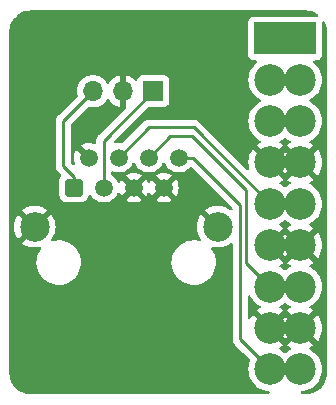
<source format=gbr>
%TF.GenerationSoftware,KiCad,Pcbnew,7.0.5-0*%
%TF.CreationDate,2024-07-25T14:15:13+02:00*%
%TF.ProjectId,rj45-stepper-adapter,726a3435-2d73-4746-9570-7065722d6164,rev?*%
%TF.SameCoordinates,Original*%
%TF.FileFunction,Copper,L1,Top*%
%TF.FilePolarity,Positive*%
%FSLAX46Y46*%
G04 Gerber Fmt 4.6, Leading zero omitted, Abs format (unit mm)*
G04 Created by KiCad (PCBNEW 7.0.5-0) date 2024-07-25 14:15:13*
%MOMM*%
%LPD*%
G01*
G04 APERTURE LIST*
G04 Aperture macros list*
%AMRoundRect*
0 Rectangle with rounded corners*
0 $1 Rounding radius*
0 $2 $3 $4 $5 $6 $7 $8 $9 X,Y pos of 4 corners*
0 Add a 4 corners polygon primitive as box body*
4,1,4,$2,$3,$4,$5,$6,$7,$8,$9,$2,$3,0*
0 Add four circle primitives for the rounded corners*
1,1,$1+$1,$2,$3*
1,1,$1+$1,$4,$5*
1,1,$1+$1,$6,$7*
1,1,$1+$1,$8,$9*
0 Add four rect primitives between the rounded corners*
20,1,$1+$1,$2,$3,$4,$5,0*
20,1,$1+$1,$4,$5,$6,$7,0*
20,1,$1+$1,$6,$7,$8,$9,0*
20,1,$1+$1,$8,$9,$2,$3,0*%
G04 Aperture macros list end*
%TA.AperFunction,ComponentPad*%
%ADD10R,2.670000X2.670000*%
%TD*%
%TA.AperFunction,ComponentPad*%
%ADD11C,2.670000*%
%TD*%
%TA.AperFunction,ComponentPad*%
%ADD12O,1.700000X1.700000*%
%TD*%
%TA.AperFunction,ComponentPad*%
%ADD13R,1.700000X1.700000*%
%TD*%
%TA.AperFunction,ComponentPad*%
%ADD14C,2.500000*%
%TD*%
%TA.AperFunction,ComponentPad*%
%ADD15C,1.500000*%
%TD*%
%TA.AperFunction,ComponentPad*%
%ADD16RoundRect,0.250500X-0.499500X-0.499500X0.499500X-0.499500X0.499500X0.499500X-0.499500X0.499500X0*%
%TD*%
%TA.AperFunction,ViaPad*%
%ADD17C,0.800000*%
%TD*%
%TA.AperFunction,Conductor*%
%ADD18C,0.250000*%
%TD*%
G04 APERTURE END LIST*
D10*
%TO.P,J1,1,Pin_1*%
%TO.N,/COM-*%
X165354000Y-94092000D03*
X162814000Y-94092000D03*
D11*
%TO.P,J1,2,Pin_2*%
%TO.N,/BRK*%
X165354000Y-97592000D03*
X162814000Y-97592000D03*
%TO.P,J1,3,Pin_3*%
%TO.N,/ALM*%
X165354000Y-101092000D03*
X162814000Y-101092000D03*
%TO.P,J1,4,Pin_4*%
%TO.N,GND*%
X165354000Y-104592000D03*
X162814000Y-104592000D03*
%TO.P,J1,5,Pin_5*%
%TO.N,/ENA+*%
X165354000Y-108092000D03*
X162814000Y-108092000D03*
%TO.P,J1,6,Pin_6*%
%TO.N,GND*%
X165354000Y-111592000D03*
X162814000Y-111592000D03*
%TO.P,J1,7,Pin_7*%
%TO.N,/DIR+*%
X165354000Y-115092000D03*
X162814000Y-115092000D03*
%TO.P,J1,8,Pin_8*%
%TO.N,GND*%
X165354000Y-118592000D03*
X162814000Y-118592000D03*
%TO.P,J1,9,Pin_9*%
%TO.N,/PUL+*%
X165354000Y-122092000D03*
X162814000Y-122092000D03*
%TD*%
D12*
%TO.P,J2,3,Pin_3*%
%TO.N,/SIG*%
X147828000Y-98552000D03*
%TO.P,J2,2,Pin_2*%
%TO.N,GND*%
X150368000Y-98552000D03*
D13*
%TO.P,J2,1,Pin_1*%
%TO.N,/VCC 3.3V*%
X152908000Y-98552000D03*
%TD*%
D14*
%TO.P,J3,SH*%
%TO.N,GND*%
X158367000Y-110021500D03*
X142877000Y-110021500D03*
D15*
%TO.P,J3,8*%
%TO.N,/PUL+*%
X155062000Y-104171500D03*
%TO.P,J3,7*%
%TO.N,GND*%
X153802000Y-106711500D03*
%TO.P,J3,6*%
%TO.N,/DIR+*%
X152522000Y-104171500D03*
%TO.P,J3,5*%
%TO.N,GND*%
X151262000Y-106711500D03*
%TO.P,J3,4*%
%TO.N,/ENA+*%
X149982000Y-104171500D03*
%TO.P,J3,3*%
%TO.N,/VCC 3.3V*%
X148722000Y-106711500D03*
%TO.P,J3,2*%
%TO.N,GND*%
X147442000Y-104171500D03*
D16*
%TO.P,J3,1*%
%TO.N,/SIG*%
X146182000Y-106711500D03*
%TD*%
D17*
%TO.N,GND*%
X156972000Y-119380000D03*
X144018000Y-119380000D03*
X144018000Y-96520000D03*
X157226000Y-96520000D03*
%TD*%
D18*
%TO.N,/ENA+*%
X149982000Y-104171500D02*
X152553500Y-101600000D01*
X152553500Y-101600000D02*
X156322000Y-101600000D01*
X156322000Y-101600000D02*
X162814000Y-108092000D01*
%TO.N,/DIR+*%
X152522000Y-104171500D02*
X154331500Y-102362000D01*
X154331500Y-102362000D02*
X156210000Y-102362000D01*
X156210000Y-102362000D02*
X160782000Y-106934000D01*
X160782000Y-106934000D02*
X160782000Y-113060000D01*
X160782000Y-113060000D02*
X162814000Y-115092000D01*
%TO.N,/PUL+*%
X155062000Y-104171500D02*
X156241500Y-104171500D01*
X160274000Y-119552000D02*
X162814000Y-122092000D01*
X156241500Y-104171500D02*
X160274000Y-108204000D01*
X160274000Y-108204000D02*
X160274000Y-119552000D01*
%TO.N,/VCC 3.3V*%
X148722000Y-102738000D02*
X148722000Y-106711500D01*
X152908000Y-98552000D02*
X148722000Y-102738000D01*
%TO.N,/SIG*%
X145288000Y-104902000D02*
X146182000Y-105796000D01*
X147828000Y-98552000D02*
X145288000Y-101092000D01*
X145288000Y-101092000D02*
X145288000Y-104902000D01*
X146182000Y-105796000D02*
X146182000Y-106711500D01*
%TD*%
%TA.AperFunction,Conductor*%
%TO.N,GND*%
G36*
X165864244Y-91719661D02*
G01*
X166000512Y-91729406D01*
X166102427Y-91736695D01*
X166120211Y-91739253D01*
X166346928Y-91788573D01*
X166364171Y-91793635D01*
X166581572Y-91874721D01*
X166597923Y-91882188D01*
X166801565Y-91993385D01*
X166816689Y-92003105D01*
X166845049Y-92024335D01*
X166887596Y-92081170D01*
X166892661Y-92151986D01*
X166858636Y-92214298D01*
X166796323Y-92248323D01*
X166756074Y-92250481D01*
X166737654Y-92248501D01*
X166737642Y-92248500D01*
X166737638Y-92248500D01*
X164197638Y-92248500D01*
X161430362Y-92248500D01*
X161430350Y-92248500D01*
X161369803Y-92255009D01*
X161369795Y-92255011D01*
X161232797Y-92306110D01*
X161232792Y-92306112D01*
X161115738Y-92393738D01*
X161028112Y-92510792D01*
X161028110Y-92510797D01*
X160977011Y-92647795D01*
X160977009Y-92647803D01*
X160970500Y-92708350D01*
X160970500Y-95475649D01*
X160977009Y-95536196D01*
X160977011Y-95536204D01*
X161028110Y-95673202D01*
X161028112Y-95673207D01*
X161115738Y-95790261D01*
X161232792Y-95877887D01*
X161232794Y-95877888D01*
X161232796Y-95877889D01*
X161291875Y-95899924D01*
X161369795Y-95928988D01*
X161369803Y-95928990D01*
X161430350Y-95935499D01*
X161430355Y-95935499D01*
X161430362Y-95935500D01*
X161572052Y-95935500D01*
X161640173Y-95955502D01*
X161686666Y-96009158D01*
X161696770Y-96079432D01*
X161667276Y-96144012D01*
X161647565Y-96162365D01*
X161614271Y-96187288D01*
X161603673Y-96195222D01*
X161417222Y-96381673D01*
X161417214Y-96381682D01*
X161259186Y-96592785D01*
X161132811Y-96824222D01*
X161040655Y-97071301D01*
X160984602Y-97328975D01*
X160965791Y-97591999D01*
X160965791Y-97592000D01*
X160967499Y-97615887D01*
X160984602Y-97855024D01*
X161040655Y-98112698D01*
X161132811Y-98359777D01*
X161259186Y-98591214D01*
X161417214Y-98802317D01*
X161417222Y-98802326D01*
X161603673Y-98988777D01*
X161603682Y-98988785D01*
X161619508Y-99000632D01*
X161814783Y-99146812D01*
X161814785Y-99146813D01*
X161969717Y-99231413D01*
X162019919Y-99281615D01*
X162035010Y-99350989D01*
X162010199Y-99417509D01*
X161969717Y-99452587D01*
X161814785Y-99537186D01*
X161603682Y-99695214D01*
X161603673Y-99695222D01*
X161417222Y-99881673D01*
X161417214Y-99881682D01*
X161259186Y-100092785D01*
X161132811Y-100324222D01*
X161040655Y-100571301D01*
X160984602Y-100828975D01*
X160965791Y-101091999D01*
X160984602Y-101355024D01*
X161040655Y-101612698D01*
X161132811Y-101859777D01*
X161259186Y-102091214D01*
X161417214Y-102302317D01*
X161417222Y-102302326D01*
X161603673Y-102488777D01*
X161603682Y-102488785D01*
X161661632Y-102532165D01*
X161814783Y-102646812D01*
X161970238Y-102731697D01*
X162020440Y-102781899D01*
X162035531Y-102851273D01*
X162010720Y-102917793D01*
X161970238Y-102952871D01*
X161815057Y-103037606D01*
X161702829Y-103121618D01*
X161702828Y-103121619D01*
X162608778Y-104027570D01*
X162511412Y-104067901D01*
X162386075Y-104164075D01*
X162289901Y-104289411D01*
X162249570Y-104386779D01*
X161343619Y-103480828D01*
X161343618Y-103480829D01*
X161259608Y-103593055D01*
X161133265Y-103824434D01*
X161041137Y-104071440D01*
X160985098Y-104329047D01*
X160966292Y-104591999D01*
X160985098Y-104854952D01*
X161036294Y-105090295D01*
X161031229Y-105161111D01*
X160988682Y-105217946D01*
X160922162Y-105242757D01*
X160852787Y-105227665D01*
X160824078Y-105206173D01*
X156829244Y-101211339D01*
X156819279Y-101198901D01*
X156819052Y-101199090D01*
X156814001Y-101192984D01*
X156814000Y-101192982D01*
X156763626Y-101145678D01*
X156762237Y-101144332D01*
X156751990Y-101134085D01*
X156741776Y-101123870D01*
X156741772Y-101123866D01*
X156736225Y-101119563D01*
X156731717Y-101115712D01*
X156697325Y-101083417D01*
X156697319Y-101083413D01*
X156679563Y-101073651D01*
X156663047Y-101062802D01*
X156647041Y-101050386D01*
X156616289Y-101037078D01*
X156603740Y-101031648D01*
X156598408Y-101029036D01*
X156557061Y-101006305D01*
X156537436Y-101001266D01*
X156518736Y-100994864D01*
X156500145Y-100986819D01*
X156500143Y-100986818D01*
X156500142Y-100986818D01*
X156453542Y-100979437D01*
X156447729Y-100978233D01*
X156402030Y-100966500D01*
X156381776Y-100966500D01*
X156362066Y-100964949D01*
X156342057Y-100961780D01*
X156342056Y-100961780D01*
X156295083Y-100966220D01*
X156289150Y-100966500D01*
X152637353Y-100966500D01*
X152621511Y-100964750D01*
X152621484Y-100965044D01*
X152613591Y-100964298D01*
X152544524Y-100966469D01*
X152542545Y-100966500D01*
X152513644Y-100966500D01*
X152513640Y-100966500D01*
X152513630Y-100966501D01*
X152506679Y-100967379D01*
X152500767Y-100967844D01*
X152453612Y-100969326D01*
X152453610Y-100969327D01*
X152434155Y-100974978D01*
X152414802Y-100978986D01*
X152394710Y-100981524D01*
X152394702Y-100981526D01*
X152350836Y-100998893D01*
X152345221Y-101000816D01*
X152299907Y-101013982D01*
X152299902Y-101013984D01*
X152282463Y-101024297D01*
X152264718Y-101032990D01*
X152245880Y-101040449D01*
X152232204Y-101050386D01*
X152207712Y-101068180D01*
X152202761Y-101071433D01*
X152162140Y-101095455D01*
X152147807Y-101109787D01*
X152132781Y-101122620D01*
X152116395Y-101134526D01*
X152116394Y-101134526D01*
X152086318Y-101170880D01*
X152082323Y-101175271D01*
X150354421Y-102903172D01*
X150292109Y-102937198D01*
X150232716Y-102935784D01*
X150201371Y-102927385D01*
X149982000Y-102908193D01*
X149981999Y-102908193D01*
X149762624Y-102927385D01*
X149760433Y-102927973D01*
X149759430Y-102927949D01*
X149757214Y-102928340D01*
X149757135Y-102927894D01*
X149689456Y-102926280D01*
X149630663Y-102886483D01*
X149602718Y-102821217D01*
X149614495Y-102751204D01*
X149638730Y-102717173D01*
X152408499Y-99947405D01*
X152470812Y-99913379D01*
X152497595Y-99910500D01*
X153806632Y-99910500D01*
X153806638Y-99910500D01*
X153806645Y-99910499D01*
X153806649Y-99910499D01*
X153867196Y-99903990D01*
X153867199Y-99903989D01*
X153867201Y-99903989D01*
X154004204Y-99852889D01*
X154007782Y-99850211D01*
X154121261Y-99765261D01*
X154208887Y-99648207D01*
X154208887Y-99648206D01*
X154208889Y-99648204D01*
X154259989Y-99511201D01*
X154266291Y-99452588D01*
X154266499Y-99450649D01*
X154266500Y-99450632D01*
X154266500Y-97653367D01*
X154266499Y-97653350D01*
X154259990Y-97592803D01*
X154259988Y-97592795D01*
X154208889Y-97455797D01*
X154208887Y-97455792D01*
X154121261Y-97338738D01*
X154004207Y-97251112D01*
X154004202Y-97251110D01*
X153867204Y-97200011D01*
X153867196Y-97200009D01*
X153806649Y-97193500D01*
X153806638Y-97193500D01*
X152009362Y-97193500D01*
X152009350Y-97193500D01*
X151948803Y-97200009D01*
X151948795Y-97200011D01*
X151811797Y-97251110D01*
X151811792Y-97251112D01*
X151694738Y-97338738D01*
X151607112Y-97455792D01*
X151607111Y-97455795D01*
X151562804Y-97574584D01*
X151520257Y-97631419D01*
X151453736Y-97656229D01*
X151384362Y-97641137D01*
X151352047Y-97615887D01*
X151290902Y-97549465D01*
X151113301Y-97411232D01*
X151113300Y-97411231D01*
X150915371Y-97304117D01*
X150915369Y-97304116D01*
X150702512Y-97231043D01*
X150702501Y-97231040D01*
X150622000Y-97217606D01*
X150622000Y-98118325D01*
X150510315Y-98067320D01*
X150403763Y-98052000D01*
X150332237Y-98052000D01*
X150225685Y-98067320D01*
X150114000Y-98118325D01*
X150114000Y-97217607D01*
X150113999Y-97217606D01*
X150033498Y-97231040D01*
X150033487Y-97231043D01*
X149820630Y-97304116D01*
X149820628Y-97304117D01*
X149622699Y-97411231D01*
X149622698Y-97411232D01*
X149445097Y-97549465D01*
X149292670Y-97715045D01*
X149203780Y-97851101D01*
X149149776Y-97897189D01*
X149079428Y-97906764D01*
X149015071Y-97876786D01*
X148992816Y-97851101D01*
X148953884Y-97791511D01*
X148903724Y-97714734D01*
X148903720Y-97714729D01*
X148774705Y-97574584D01*
X148751240Y-97549094D01*
X148751239Y-97549093D01*
X148751237Y-97549091D01*
X148631372Y-97455796D01*
X148573576Y-97410811D01*
X148375574Y-97303658D01*
X148375572Y-97303657D01*
X148375571Y-97303656D01*
X148162639Y-97230557D01*
X148162630Y-97230555D01*
X148085029Y-97217606D01*
X147940569Y-97193500D01*
X147715431Y-97193500D01*
X147570971Y-97217606D01*
X147493369Y-97230555D01*
X147493360Y-97230557D01*
X147280428Y-97303656D01*
X147280426Y-97303658D01*
X147082426Y-97410810D01*
X147082424Y-97410811D01*
X146904762Y-97549091D01*
X146752279Y-97714729D01*
X146752275Y-97714734D01*
X146629141Y-97903206D01*
X146538703Y-98109386D01*
X146538702Y-98109387D01*
X146483437Y-98327624D01*
X146483436Y-98327630D01*
X146483436Y-98327632D01*
X146470801Y-98480111D01*
X146464844Y-98552000D01*
X146483436Y-98776369D01*
X146511182Y-98885935D01*
X146508514Y-98956882D01*
X146478132Y-99005961D01*
X144899336Y-100584757D01*
X144886901Y-100594721D01*
X144887089Y-100594948D01*
X144880979Y-100600002D01*
X144833694Y-100650355D01*
X144832319Y-100651774D01*
X144811863Y-100672231D01*
X144807560Y-100677777D01*
X144803714Y-100682279D01*
X144771417Y-100716674D01*
X144771411Y-100716683D01*
X144761651Y-100734435D01*
X144750803Y-100750950D01*
X144738386Y-100766958D01*
X144719645Y-100810264D01*
X144717034Y-100815594D01*
X144694305Y-100856939D01*
X144694303Y-100856944D01*
X144689267Y-100876559D01*
X144682864Y-100895262D01*
X144674819Y-100913852D01*
X144667437Y-100960456D01*
X144666233Y-100966268D01*
X144654500Y-101011968D01*
X144654500Y-101032223D01*
X144652949Y-101051933D01*
X144649780Y-101071942D01*
X144649780Y-101071943D01*
X144654220Y-101118917D01*
X144654500Y-101124850D01*
X144654500Y-104818146D01*
X144652751Y-104833988D01*
X144653044Y-104834016D01*
X144652298Y-104841908D01*
X144654469Y-104910974D01*
X144654500Y-104912953D01*
X144654500Y-104941851D01*
X144654501Y-104941872D01*
X144655378Y-104948820D01*
X144655844Y-104954732D01*
X144657326Y-105001888D01*
X144657327Y-105001893D01*
X144662977Y-105021339D01*
X144666986Y-105040697D01*
X144669525Y-105060793D01*
X144669526Y-105060799D01*
X144686893Y-105104662D01*
X144688816Y-105110279D01*
X144701982Y-105155593D01*
X144712294Y-105173031D01*
X144720988Y-105190779D01*
X144728444Y-105209609D01*
X144728450Y-105209620D01*
X144756177Y-105247783D01*
X144759437Y-105252746D01*
X144783460Y-105293365D01*
X144797779Y-105307684D01*
X144810617Y-105322714D01*
X144822526Y-105339104D01*
X144822530Y-105339109D01*
X144858880Y-105369180D01*
X144863273Y-105373177D01*
X145067966Y-105577871D01*
X145101992Y-105640183D01*
X145096927Y-105710998D01*
X145086112Y-105733113D01*
X144989929Y-105889049D01*
X144934120Y-106057471D01*
X144934119Y-106057477D01*
X144923500Y-106161415D01*
X144923500Y-107261584D01*
X144934119Y-107365522D01*
X144934120Y-107365528D01*
X144989929Y-107533951D01*
X145012966Y-107571299D01*
X145083075Y-107684963D01*
X145083080Y-107684969D01*
X145208530Y-107810419D01*
X145208536Y-107810424D01*
X145208537Y-107810425D01*
X145359549Y-107903571D01*
X145527972Y-107959380D01*
X145631915Y-107969999D01*
X145631915Y-107970000D01*
X145631924Y-107970000D01*
X146732085Y-107970000D01*
X146732084Y-107969999D01*
X146836028Y-107959380D01*
X147004451Y-107903571D01*
X147155463Y-107810425D01*
X147280925Y-107684963D01*
X147374071Y-107533951D01*
X147419621Y-107396486D01*
X147460033Y-107338118D01*
X147525589Y-107310862D01*
X147595474Y-107323375D01*
X147642435Y-107363849D01*
X147754251Y-107523538D01*
X147754254Y-107523542D01*
X147909957Y-107679245D01*
X147909961Y-107679248D01*
X147909962Y-107679249D01*
X148090346Y-107805556D01*
X148289924Y-107898620D01*
X148502629Y-107955615D01*
X148722000Y-107974807D01*
X148941371Y-107955615D01*
X149154076Y-107898620D01*
X149353654Y-107805556D01*
X149534038Y-107679249D01*
X149689749Y-107523538D01*
X149816056Y-107343154D01*
X149878081Y-107210139D01*
X149924996Y-107156856D01*
X149993273Y-107137394D01*
X150061234Y-107157935D01*
X150106470Y-107210140D01*
X150168378Y-107342902D01*
X150210801Y-107403486D01*
X150817155Y-106797132D01*
X150818327Y-106812765D01*
X150867887Y-106939041D01*
X150952465Y-107045099D01*
X151064547Y-107121516D01*
X151176622Y-107156086D01*
X150570012Y-107762696D01*
X150570012Y-107762697D01*
X150630600Y-107805122D01*
X150830092Y-107898147D01*
X150830096Y-107898149D01*
X151042712Y-107955119D01*
X151261999Y-107974304D01*
X151481287Y-107955119D01*
X151693903Y-107898149D01*
X151693912Y-107898145D01*
X151893405Y-107805119D01*
X151893412Y-107805115D01*
X151953986Y-107762698D01*
X151953986Y-107762697D01*
X151345315Y-107154025D01*
X151396138Y-107146365D01*
X151518357Y-107087507D01*
X151617798Y-106995240D01*
X151685625Y-106877760D01*
X151704550Y-106794840D01*
X152313196Y-107403486D01*
X152313198Y-107403486D01*
X152355615Y-107342912D01*
X152355616Y-107342910D01*
X152417804Y-107209549D01*
X152464721Y-107156264D01*
X152532999Y-107136803D01*
X152600959Y-107157345D01*
X152646193Y-107209548D01*
X152708375Y-107342897D01*
X152708378Y-107342901D01*
X152750801Y-107403486D01*
X153357155Y-106797132D01*
X153358327Y-106812765D01*
X153407887Y-106939041D01*
X153492465Y-107045099D01*
X153604547Y-107121516D01*
X153716622Y-107156086D01*
X153110012Y-107762696D01*
X153110012Y-107762697D01*
X153170600Y-107805122D01*
X153370092Y-107898147D01*
X153370096Y-107898149D01*
X153582712Y-107955119D01*
X153802000Y-107974304D01*
X154021287Y-107955119D01*
X154233903Y-107898149D01*
X154233912Y-107898145D01*
X154433405Y-107805119D01*
X154433412Y-107805115D01*
X154493986Y-107762698D01*
X154493986Y-107762697D01*
X153885315Y-107154025D01*
X153936138Y-107146365D01*
X154058357Y-107087507D01*
X154157798Y-106995240D01*
X154225625Y-106877760D01*
X154244550Y-106794839D01*
X154853197Y-107403486D01*
X154853198Y-107403486D01*
X154895615Y-107342912D01*
X154895619Y-107342905D01*
X154988645Y-107143412D01*
X154988649Y-107143403D01*
X155045619Y-106930787D01*
X155064804Y-106711499D01*
X155045619Y-106492212D01*
X154988649Y-106279596D01*
X154988647Y-106279592D01*
X154895621Y-106080098D01*
X154853198Y-106019512D01*
X154853196Y-106019512D01*
X154246844Y-106625864D01*
X154245673Y-106610235D01*
X154196113Y-106483959D01*
X154111535Y-106377901D01*
X153999453Y-106301484D01*
X153887375Y-106266913D01*
X154493986Y-105660301D01*
X154493986Y-105660300D01*
X154433401Y-105617878D01*
X154433402Y-105617878D01*
X154233907Y-105524852D01*
X154233903Y-105524850D01*
X154021287Y-105467880D01*
X153802000Y-105448695D01*
X153582712Y-105467880D01*
X153370096Y-105524850D01*
X153370092Y-105524852D01*
X153170598Y-105617878D01*
X153110011Y-105660301D01*
X153718684Y-106268974D01*
X153667862Y-106276635D01*
X153545643Y-106335493D01*
X153446202Y-106427760D01*
X153378375Y-106545240D01*
X153359449Y-106628159D01*
X152750801Y-106019511D01*
X152708377Y-106080100D01*
X152646194Y-106213451D01*
X152599277Y-106266735D01*
X152531000Y-106286196D01*
X152463040Y-106265654D01*
X152417806Y-106213451D01*
X152355624Y-106080103D01*
X152355621Y-106080098D01*
X152313198Y-106019512D01*
X152313197Y-106019512D01*
X151706844Y-106625864D01*
X151705673Y-106610235D01*
X151656113Y-106483959D01*
X151571535Y-106377901D01*
X151459453Y-106301484D01*
X151347375Y-106266913D01*
X151953986Y-105660301D01*
X151953986Y-105660300D01*
X151893401Y-105617878D01*
X151893402Y-105617878D01*
X151693907Y-105524852D01*
X151693903Y-105524850D01*
X151481287Y-105467880D01*
X151261999Y-105448695D01*
X151042712Y-105467880D01*
X150830096Y-105524850D01*
X150830092Y-105524852D01*
X150630598Y-105617878D01*
X150570011Y-105660301D01*
X151178684Y-106268974D01*
X151127862Y-106276635D01*
X151005643Y-106335493D01*
X150906202Y-106427760D01*
X150838375Y-106545240D01*
X150819449Y-106628158D01*
X150210801Y-106019511D01*
X150168377Y-106080100D01*
X150106469Y-106212860D01*
X150059552Y-106266145D01*
X149991274Y-106285605D01*
X149923315Y-106265063D01*
X149878080Y-106212859D01*
X149816056Y-106079847D01*
X149689749Y-105899462D01*
X149534038Y-105743751D01*
X149409226Y-105656356D01*
X149364900Y-105600900D01*
X149355500Y-105553145D01*
X149355500Y-105465739D01*
X149375502Y-105397618D01*
X149429158Y-105351125D01*
X149499432Y-105341021D01*
X149534751Y-105351545D01*
X149542121Y-105354981D01*
X149549924Y-105358620D01*
X149762629Y-105415615D01*
X149982000Y-105434807D01*
X150201371Y-105415615D01*
X150414076Y-105358620D01*
X150613654Y-105265556D01*
X150794038Y-105139249D01*
X150949749Y-104983538D01*
X151076056Y-104803154D01*
X151137804Y-104670732D01*
X151184722Y-104617446D01*
X151252999Y-104597985D01*
X151320959Y-104618526D01*
X151366195Y-104670732D01*
X151427944Y-104803154D01*
X151525065Y-104941856D01*
X151554251Y-104983538D01*
X151554254Y-104983542D01*
X151709957Y-105139245D01*
X151709961Y-105139248D01*
X151709962Y-105139249D01*
X151890346Y-105265556D01*
X152089924Y-105358620D01*
X152302629Y-105415615D01*
X152522000Y-105434807D01*
X152741371Y-105415615D01*
X152954076Y-105358620D01*
X153153654Y-105265556D01*
X153334038Y-105139249D01*
X153489749Y-104983538D01*
X153616056Y-104803154D01*
X153677804Y-104670732D01*
X153724722Y-104617446D01*
X153792999Y-104597985D01*
X153860959Y-104618526D01*
X153906195Y-104670732D01*
X153967944Y-104803154D01*
X154065065Y-104941856D01*
X154094251Y-104983538D01*
X154094254Y-104983542D01*
X154249957Y-105139245D01*
X154249961Y-105139248D01*
X154249962Y-105139249D01*
X154430346Y-105265556D01*
X154629924Y-105358620D01*
X154842629Y-105415615D01*
X155062000Y-105434807D01*
X155281371Y-105415615D01*
X155494076Y-105358620D01*
X155693654Y-105265556D01*
X155874038Y-105139249D01*
X155922992Y-105090295D01*
X156004597Y-105008691D01*
X156066909Y-104974665D01*
X156137724Y-104979730D01*
X156182787Y-105008691D01*
X159603595Y-108429499D01*
X159637621Y-108491811D01*
X159640500Y-108518594D01*
X159640500Y-108523639D01*
X159620498Y-108591760D01*
X159566842Y-108638253D01*
X159496568Y-108648357D01*
X159443522Y-108627745D01*
X159248474Y-108494763D01*
X159248467Y-108494759D01*
X159011076Y-108380437D01*
X158759295Y-108302771D01*
X158759287Y-108302770D01*
X158498740Y-108263500D01*
X158235260Y-108263500D01*
X157974712Y-108302770D01*
X157974704Y-108302771D01*
X157722923Y-108380437D01*
X157485532Y-108494759D01*
X157485525Y-108494763D01*
X157315438Y-108610727D01*
X157315438Y-108610729D01*
X157996485Y-109291776D01*
X157855640Y-109380275D01*
X157725775Y-109510140D01*
X157637276Y-109650985D01*
X156956671Y-108970380D01*
X156956670Y-108970381D01*
X156910400Y-109028404D01*
X156910397Y-109028407D01*
X156778653Y-109256595D01*
X156778651Y-109256599D01*
X156682393Y-109501863D01*
X156682392Y-109501865D01*
X156623760Y-109758745D01*
X156604070Y-110021500D01*
X156623760Y-110284254D01*
X156682392Y-110541134D01*
X156682393Y-110541136D01*
X156778651Y-110786400D01*
X156778653Y-110786404D01*
X156910396Y-111014590D01*
X156943028Y-111055509D01*
X156969862Y-111121239D01*
X156956900Y-111191043D01*
X156908257Y-111242757D01*
X156839377Y-111259964D01*
X156808217Y-111254727D01*
X156745875Y-111235971D01*
X156474272Y-111196000D01*
X156474269Y-111196000D01*
X156268453Y-111196000D01*
X156063191Y-111211023D01*
X155795231Y-111270714D01*
X155795219Y-111270718D01*
X155538801Y-111368789D01*
X155299397Y-111503149D01*
X155299393Y-111503151D01*
X155082094Y-111670944D01*
X155082093Y-111670945D01*
X154891548Y-111868581D01*
X154731807Y-112091858D01*
X154731803Y-112091864D01*
X154606270Y-112336024D01*
X154517631Y-112595848D01*
X154517628Y-112595861D01*
X154467764Y-112865817D01*
X154467763Y-112865828D01*
X154457738Y-113140180D01*
X154487762Y-113413066D01*
X154557204Y-113678684D01*
X154611724Y-113806979D01*
X154664577Y-113931352D01*
X154807595Y-114165696D01*
X154983209Y-114376718D01*
X154983211Y-114376720D01*
X154983213Y-114376722D01*
X155187666Y-114559914D01*
X155187672Y-114559919D01*
X155187677Y-114559923D01*
X155416641Y-114711404D01*
X155665221Y-114827933D01*
X155928119Y-114907027D01*
X155928122Y-114907027D01*
X155928124Y-114907028D01*
X156199727Y-114947000D01*
X156199731Y-114947000D01*
X156405547Y-114947000D01*
X156610805Y-114931977D01*
X156878775Y-114872284D01*
X157135198Y-114774211D01*
X157374609Y-114639847D01*
X157591904Y-114472057D01*
X157782454Y-114274416D01*
X157942196Y-114051137D01*
X158067727Y-113806979D01*
X158067727Y-113806978D01*
X158067729Y-113806975D01*
X158156368Y-113547151D01*
X158156370Y-113547146D01*
X158183161Y-113402100D01*
X158206235Y-113277182D01*
X158206236Y-113277171D01*
X158207456Y-113243791D01*
X158216262Y-113002820D01*
X158201188Y-112865817D01*
X158186237Y-112729933D01*
X158151184Y-112595854D01*
X158116796Y-112464318D01*
X158009423Y-112211648D01*
X157866405Y-111977304D01*
X157834884Y-111939427D01*
X157806685Y-111874277D01*
X157818186Y-111804218D01*
X157865738Y-111751499D01*
X157934244Y-111732857D01*
X157968873Y-111738430D01*
X157974696Y-111740226D01*
X157974712Y-111740229D01*
X158235260Y-111779500D01*
X158498740Y-111779500D01*
X158759287Y-111740229D01*
X158759295Y-111740228D01*
X159011076Y-111662562D01*
X159248467Y-111548240D01*
X159443520Y-111415254D01*
X159511072Y-111393407D01*
X159579711Y-111411548D01*
X159627646Y-111463919D01*
X159640499Y-111519360D01*
X159640500Y-119468146D01*
X159638751Y-119483988D01*
X159639044Y-119484016D01*
X159638298Y-119491908D01*
X159640469Y-119560974D01*
X159640500Y-119562953D01*
X159640500Y-119591851D01*
X159640501Y-119591872D01*
X159641378Y-119598820D01*
X159641844Y-119604732D01*
X159643326Y-119651888D01*
X159643327Y-119651893D01*
X159648977Y-119671339D01*
X159652986Y-119690697D01*
X159655525Y-119710793D01*
X159655526Y-119710799D01*
X159672893Y-119754662D01*
X159674816Y-119760279D01*
X159687982Y-119805593D01*
X159698294Y-119823031D01*
X159706988Y-119840779D01*
X159714444Y-119859609D01*
X159714450Y-119859620D01*
X159742177Y-119897783D01*
X159745437Y-119902746D01*
X159769460Y-119943365D01*
X159783779Y-119957684D01*
X159796617Y-119972714D01*
X159806156Y-119985843D01*
X159808528Y-119989107D01*
X159836794Y-120012491D01*
X159844886Y-120019185D01*
X159849267Y-120023171D01*
X160509464Y-120683368D01*
X161080308Y-121254212D01*
X161114334Y-121316524D01*
X161109269Y-121387339D01*
X161040656Y-121571298D01*
X160984602Y-121828975D01*
X160965791Y-122091999D01*
X160984602Y-122355024D01*
X161040655Y-122612698D01*
X161132811Y-122859777D01*
X161259186Y-123091214D01*
X161417214Y-123302317D01*
X161417222Y-123302326D01*
X161603673Y-123488777D01*
X161603682Y-123488785D01*
X161619508Y-123500632D01*
X161814783Y-123646812D01*
X161814785Y-123646813D01*
X162008245Y-123752451D01*
X162046226Y-123773190D01*
X162293299Y-123865344D01*
X162550972Y-123921397D01*
X162654774Y-123928821D01*
X162721294Y-123953632D01*
X162763841Y-124010467D01*
X162768906Y-124081283D01*
X162734880Y-124143595D01*
X162672568Y-124177620D01*
X162645785Y-124180500D01*
X142496252Y-124180500D01*
X142491756Y-124180339D01*
X142253577Y-124163304D01*
X142235783Y-124160745D01*
X142009074Y-124111427D01*
X141991825Y-124106363D01*
X141774429Y-124025279D01*
X141758076Y-124017811D01*
X141554434Y-123906614D01*
X141539310Y-123896894D01*
X141353568Y-123757849D01*
X141339982Y-123746076D01*
X141175923Y-123582017D01*
X141164150Y-123568431D01*
X141025105Y-123382689D01*
X141015385Y-123367565D01*
X140904188Y-123163923D01*
X140896720Y-123147570D01*
X140875700Y-123091214D01*
X140815635Y-122930171D01*
X140810572Y-122912925D01*
X140761253Y-122686211D01*
X140758695Y-122668422D01*
X140741661Y-122430244D01*
X140741500Y-122425748D01*
X140741500Y-110021500D01*
X141114070Y-110021500D01*
X141133760Y-110284254D01*
X141192392Y-110541134D01*
X141192393Y-110541136D01*
X141288651Y-110786400D01*
X141288653Y-110786404D01*
X141420397Y-111014592D01*
X141420400Y-111014597D01*
X141466670Y-111072617D01*
X141466672Y-111072617D01*
X142147275Y-110392013D01*
X142235775Y-110532860D01*
X142365640Y-110662725D01*
X142506485Y-110751223D01*
X141825438Y-111432270D01*
X141995532Y-111548239D01*
X141995532Y-111548240D01*
X142232923Y-111662562D01*
X142484704Y-111740228D01*
X142484712Y-111740229D01*
X142745260Y-111779500D01*
X143008740Y-111779500D01*
X143269287Y-111740229D01*
X143269293Y-111740228D01*
X143276828Y-111737904D01*
X143347818Y-111736934D01*
X143408063Y-111774499D01*
X143438435Y-111838671D01*
X143429292Y-111909076D01*
X143416449Y-111931618D01*
X143301807Y-112091858D01*
X143301803Y-112091864D01*
X143176270Y-112336024D01*
X143087631Y-112595848D01*
X143087628Y-112595861D01*
X143037764Y-112865817D01*
X143037763Y-112865828D01*
X143027738Y-113140180D01*
X143057762Y-113413066D01*
X143127204Y-113678684D01*
X143181724Y-113806979D01*
X143234577Y-113931352D01*
X143377595Y-114165696D01*
X143553209Y-114376718D01*
X143553211Y-114376720D01*
X143553213Y-114376722D01*
X143757666Y-114559914D01*
X143757672Y-114559919D01*
X143757677Y-114559923D01*
X143986641Y-114711404D01*
X144235221Y-114827933D01*
X144498119Y-114907027D01*
X144498122Y-114907027D01*
X144498124Y-114907028D01*
X144769727Y-114947000D01*
X144769731Y-114947000D01*
X144975547Y-114947000D01*
X145180805Y-114931977D01*
X145448775Y-114872284D01*
X145705198Y-114774211D01*
X145944609Y-114639847D01*
X146161904Y-114472057D01*
X146352454Y-114274416D01*
X146512196Y-114051137D01*
X146637727Y-113806979D01*
X146637727Y-113806978D01*
X146637729Y-113806975D01*
X146726368Y-113547151D01*
X146726370Y-113547146D01*
X146753161Y-113402100D01*
X146776235Y-113277182D01*
X146776236Y-113277171D01*
X146777456Y-113243791D01*
X146786262Y-113002820D01*
X146771188Y-112865817D01*
X146756237Y-112729933D01*
X146721184Y-112595854D01*
X146686796Y-112464318D01*
X146579423Y-112211648D01*
X146436405Y-111977304D01*
X146260791Y-111766282D01*
X146260787Y-111766279D01*
X146260786Y-111766277D01*
X146056333Y-111583085D01*
X146056320Y-111583075D01*
X145827359Y-111431596D01*
X145792498Y-111415254D01*
X145578779Y-111315067D01*
X145369994Y-111252253D01*
X145315875Y-111235971D01*
X145044272Y-111196000D01*
X145044269Y-111196000D01*
X144838453Y-111196000D01*
X144633196Y-111211022D01*
X144426949Y-111256966D01*
X144356109Y-111252253D01*
X144299062Y-111209990D01*
X144273920Y-111143594D01*
X144288666Y-111074146D01*
X144301043Y-111055419D01*
X144333602Y-111014591D01*
X144333603Y-111014590D01*
X144465346Y-110786404D01*
X144465348Y-110786400D01*
X144561606Y-110541136D01*
X144561607Y-110541134D01*
X144620239Y-110284254D01*
X144639929Y-110021500D01*
X144620239Y-109758745D01*
X144561607Y-109501865D01*
X144561606Y-109501863D01*
X144465348Y-109256599D01*
X144465346Y-109256595D01*
X144333605Y-109028413D01*
X144333600Y-109028405D01*
X144287327Y-108970381D01*
X143606723Y-109650985D01*
X143518225Y-109510140D01*
X143388360Y-109380275D01*
X143247514Y-109291776D01*
X143928560Y-108610729D01*
X143928560Y-108610728D01*
X143758467Y-108494759D01*
X143521076Y-108380437D01*
X143269295Y-108302771D01*
X143269287Y-108302770D01*
X143008740Y-108263500D01*
X142745260Y-108263500D01*
X142484712Y-108302770D01*
X142484704Y-108302771D01*
X142232923Y-108380437D01*
X141995532Y-108494759D01*
X141995525Y-108494763D01*
X141825438Y-108610727D01*
X141825438Y-108610729D01*
X142506485Y-109291776D01*
X142365640Y-109380275D01*
X142235775Y-109510140D01*
X142147276Y-109650985D01*
X141466671Y-108970380D01*
X141466670Y-108970381D01*
X141420400Y-109028404D01*
X141420397Y-109028407D01*
X141288653Y-109256595D01*
X141288651Y-109256599D01*
X141192393Y-109501863D01*
X141192392Y-109501865D01*
X141133760Y-109758745D01*
X141114070Y-110021500D01*
X140741500Y-110021500D01*
X140741500Y-93474251D01*
X140741661Y-93469755D01*
X140758695Y-93231577D01*
X140761252Y-93213789D01*
X140810573Y-92987067D01*
X140815633Y-92969832D01*
X140896723Y-92752422D01*
X140904188Y-92736077D01*
X141015388Y-92532429D01*
X141025101Y-92517315D01*
X141164156Y-92331560D01*
X141175916Y-92317989D01*
X141339989Y-92153916D01*
X141353560Y-92142156D01*
X141539315Y-92003101D01*
X141554429Y-91993388D01*
X141758083Y-91882184D01*
X141774422Y-91874723D01*
X141991832Y-91793633D01*
X142009067Y-91788573D01*
X142235789Y-91739252D01*
X142253570Y-91736695D01*
X142365693Y-91728676D01*
X142491756Y-91719661D01*
X142496252Y-91719500D01*
X142502285Y-91719500D01*
X165853715Y-91719500D01*
X165859748Y-91719500D01*
X165864244Y-91719661D01*
G37*
%TD.AperFunction*%
%TA.AperFunction,Conductor*%
G36*
X167406012Y-92668779D02*
G01*
X167434088Y-92703619D01*
X167451811Y-92736077D01*
X167459279Y-92752429D01*
X167540363Y-92969825D01*
X167545427Y-92987074D01*
X167594745Y-93213783D01*
X167597304Y-93231577D01*
X167614339Y-93469754D01*
X167614500Y-93474250D01*
X167614500Y-122425748D01*
X167614339Y-122430244D01*
X167597304Y-122668422D01*
X167594745Y-122686216D01*
X167545427Y-122912925D01*
X167540363Y-122930174D01*
X167459279Y-123147570D01*
X167451811Y-123163923D01*
X167340614Y-123367565D01*
X167330894Y-123382689D01*
X167191849Y-123568431D01*
X167180076Y-123582017D01*
X167016017Y-123746076D01*
X167002431Y-123757849D01*
X166816689Y-123896894D01*
X166801565Y-123906614D01*
X166597923Y-124017811D01*
X166581570Y-124025279D01*
X166364174Y-124106363D01*
X166346925Y-124111427D01*
X166120216Y-124160745D01*
X166102422Y-124163304D01*
X165864244Y-124180339D01*
X165859748Y-124180500D01*
X165522215Y-124180500D01*
X165454094Y-124160498D01*
X165407601Y-124106842D01*
X165397497Y-124036568D01*
X165426991Y-123971988D01*
X165486717Y-123933604D01*
X165513226Y-123928821D01*
X165617028Y-123921397D01*
X165874701Y-123865344D01*
X166121774Y-123773190D01*
X166353217Y-123646812D01*
X166564320Y-123488783D01*
X166750783Y-123302320D01*
X166908812Y-123091217D01*
X167035190Y-122859774D01*
X167127344Y-122612701D01*
X167183397Y-122355028D01*
X167202209Y-122092000D01*
X167183397Y-121828972D01*
X167127344Y-121571299D01*
X167035190Y-121324226D01*
X167030984Y-121316524D01*
X166908813Y-121092785D01*
X166750785Y-120881682D01*
X166750777Y-120881673D01*
X166564326Y-120695222D01*
X166564317Y-120695214D01*
X166353214Y-120537186D01*
X166197761Y-120452302D01*
X166147559Y-120402100D01*
X166132468Y-120332726D01*
X166157279Y-120266206D01*
X166197762Y-120231127D01*
X166352945Y-120146391D01*
X166465169Y-120062379D01*
X166465170Y-120062379D01*
X165559220Y-119156429D01*
X165656588Y-119116099D01*
X165781925Y-119019925D01*
X165878099Y-118894589D01*
X165918429Y-118797220D01*
X166824379Y-119703170D01*
X166824379Y-119703169D01*
X166908391Y-119590945D01*
X167034734Y-119359565D01*
X167126862Y-119112559D01*
X167182901Y-118854952D01*
X167201707Y-118592000D01*
X167182901Y-118329047D01*
X167126862Y-118071440D01*
X167034734Y-117824434D01*
X166908388Y-117593050D01*
X166824380Y-117480829D01*
X166824379Y-117480828D01*
X165918429Y-118386778D01*
X165878099Y-118289412D01*
X165781925Y-118164075D01*
X165656588Y-118067901D01*
X165559220Y-118027570D01*
X166465170Y-117121619D01*
X166465169Y-117121618D01*
X166352947Y-117037609D01*
X166197761Y-116952871D01*
X166147559Y-116902669D01*
X166132468Y-116833295D01*
X166157279Y-116766775D01*
X166197758Y-116731699D01*
X166353217Y-116646812D01*
X166564320Y-116488783D01*
X166750783Y-116302320D01*
X166908812Y-116091217D01*
X167035190Y-115859774D01*
X167127344Y-115612701D01*
X167183397Y-115355028D01*
X167202209Y-115092000D01*
X167183397Y-114828972D01*
X167127344Y-114571299D01*
X167035190Y-114324226D01*
X166908812Y-114092783D01*
X166787966Y-113931351D01*
X166750785Y-113881682D01*
X166750777Y-113881673D01*
X166564326Y-113695222D01*
X166564317Y-113695214D01*
X166366519Y-113547146D01*
X166353217Y-113537188D01*
X166353215Y-113537187D01*
X166353214Y-113537186D01*
X166197761Y-113452302D01*
X166147559Y-113402100D01*
X166132468Y-113332726D01*
X166157279Y-113266206D01*
X166197762Y-113231127D01*
X166352945Y-113146391D01*
X166465169Y-113062379D01*
X166465170Y-113062379D01*
X165559220Y-112156429D01*
X165656588Y-112116099D01*
X165781925Y-112019925D01*
X165878099Y-111894589D01*
X165918429Y-111797220D01*
X166824379Y-112703170D01*
X166824379Y-112703169D01*
X166908391Y-112590945D01*
X167034734Y-112359565D01*
X167126862Y-112112559D01*
X167182901Y-111854952D01*
X167201707Y-111592000D01*
X167182901Y-111329047D01*
X167126862Y-111071440D01*
X167034734Y-110824434D01*
X166908388Y-110593050D01*
X166824380Y-110480829D01*
X166824379Y-110480828D01*
X165918429Y-111386778D01*
X165878099Y-111289412D01*
X165781925Y-111164075D01*
X165656588Y-111067901D01*
X165559220Y-111027570D01*
X166465170Y-110121619D01*
X166465169Y-110121618D01*
X166352947Y-110037609D01*
X166197761Y-109952871D01*
X166147559Y-109902669D01*
X166132468Y-109833295D01*
X166157279Y-109766775D01*
X166197758Y-109731699D01*
X166353217Y-109646812D01*
X166564320Y-109488783D01*
X166750783Y-109302320D01*
X166908812Y-109091217D01*
X167035190Y-108859774D01*
X167127344Y-108612701D01*
X167183397Y-108355028D01*
X167202209Y-108092000D01*
X167183397Y-107828972D01*
X167127344Y-107571299D01*
X167035190Y-107324226D01*
X166908812Y-107092783D01*
X166787544Y-106930787D01*
X166750785Y-106881682D01*
X166750777Y-106881673D01*
X166564326Y-106695222D01*
X166564317Y-106695214D01*
X166353214Y-106537186D01*
X166197761Y-106452302D01*
X166147559Y-106402100D01*
X166132468Y-106332726D01*
X166157279Y-106266206D01*
X166197762Y-106231127D01*
X166352945Y-106146391D01*
X166465169Y-106062379D01*
X166465170Y-106062379D01*
X165559220Y-105156429D01*
X165656588Y-105116099D01*
X165781925Y-105019925D01*
X165878099Y-104894589D01*
X165918429Y-104797220D01*
X166824379Y-105703170D01*
X166824379Y-105703169D01*
X166908391Y-105590945D01*
X167034734Y-105359565D01*
X167126862Y-105112559D01*
X167182901Y-104854952D01*
X167201707Y-104591999D01*
X167182901Y-104329047D01*
X167126862Y-104071440D01*
X167034734Y-103824434D01*
X166908388Y-103593050D01*
X166824380Y-103480829D01*
X166824379Y-103480828D01*
X165918429Y-104386777D01*
X165878099Y-104289412D01*
X165781925Y-104164075D01*
X165656588Y-104067901D01*
X165559220Y-104027570D01*
X166465170Y-103121619D01*
X166465169Y-103121618D01*
X166352947Y-103037609D01*
X166197761Y-102952871D01*
X166147559Y-102902669D01*
X166132468Y-102833295D01*
X166157279Y-102766775D01*
X166197758Y-102731699D01*
X166353217Y-102646812D01*
X166564320Y-102488783D01*
X166750783Y-102302320D01*
X166908812Y-102091217D01*
X167035190Y-101859774D01*
X167127344Y-101612701D01*
X167183397Y-101355028D01*
X167202209Y-101092000D01*
X167183397Y-100828972D01*
X167127344Y-100571299D01*
X167035190Y-100324226D01*
X166908812Y-100092783D01*
X166799984Y-99947405D01*
X166750785Y-99881682D01*
X166750777Y-99881673D01*
X166564326Y-99695222D01*
X166564317Y-99695214D01*
X166458369Y-99615903D01*
X166353217Y-99537188D01*
X166198281Y-99452586D01*
X166148081Y-99402385D01*
X166132989Y-99333011D01*
X166157800Y-99266491D01*
X166198280Y-99231414D01*
X166353217Y-99146812D01*
X166564320Y-98988783D01*
X166750783Y-98802320D01*
X166908812Y-98591217D01*
X167035190Y-98359774D01*
X167127344Y-98112701D01*
X167183397Y-97855028D01*
X167202209Y-97592000D01*
X167183397Y-97328972D01*
X167127344Y-97071299D01*
X167035190Y-96824226D01*
X166908812Y-96592783D01*
X166830245Y-96487829D01*
X166750785Y-96381682D01*
X166750777Y-96381673D01*
X166564326Y-96195222D01*
X166564322Y-96195219D01*
X166564320Y-96195217D01*
X166520437Y-96162367D01*
X166477893Y-96105533D01*
X166472827Y-96034717D01*
X166506852Y-95972405D01*
X166569164Y-95938380D01*
X166595948Y-95935500D01*
X166737632Y-95935500D01*
X166737638Y-95935500D01*
X166737645Y-95935499D01*
X166737649Y-95935499D01*
X166798196Y-95928990D01*
X166798199Y-95928989D01*
X166798201Y-95928989D01*
X166935204Y-95877889D01*
X167052261Y-95790261D01*
X167139889Y-95673204D01*
X167190989Y-95536201D01*
X167197500Y-95475638D01*
X167197500Y-92764003D01*
X167217502Y-92695882D01*
X167271158Y-92649389D01*
X167341432Y-92639285D01*
X167406012Y-92668779D01*
G37*
%TD.AperFunction*%
%TA.AperFunction,Conductor*%
G36*
X164829901Y-118894588D02*
G01*
X164926075Y-119019925D01*
X165051412Y-119116099D01*
X165148779Y-119156429D01*
X164242828Y-120062379D01*
X164242829Y-120062380D01*
X164355050Y-120146388D01*
X164510237Y-120231127D01*
X164560439Y-120281330D01*
X164575531Y-120350704D01*
X164550720Y-120417224D01*
X164510238Y-120452302D01*
X164354790Y-120537183D01*
X164354784Y-120537187D01*
X164354783Y-120537188D01*
X164159507Y-120683368D01*
X164092988Y-120708178D01*
X164023614Y-120693086D01*
X164008494Y-120683370D01*
X163813217Y-120537188D01*
X163813212Y-120537185D01*
X163813209Y-120537183D01*
X163657761Y-120452302D01*
X163607559Y-120402100D01*
X163592468Y-120332726D01*
X163617279Y-120266206D01*
X163657762Y-120231127D01*
X163812945Y-120146391D01*
X163925169Y-120062379D01*
X163925170Y-120062379D01*
X163019220Y-119156429D01*
X163116588Y-119116099D01*
X163241925Y-119019925D01*
X163338099Y-118894589D01*
X163378429Y-118797220D01*
X164083999Y-119502790D01*
X164084001Y-119502790D01*
X164789570Y-118797220D01*
X164829901Y-118894588D01*
G37*
%TD.AperFunction*%
%TA.AperFunction,Conductor*%
G36*
X161116012Y-115845588D02*
G01*
X161144086Y-115880424D01*
X161259188Y-116091217D01*
X161337903Y-116196369D01*
X161417214Y-116302317D01*
X161417222Y-116302326D01*
X161603673Y-116488777D01*
X161603682Y-116488785D01*
X161606525Y-116490913D01*
X161814783Y-116646812D01*
X161970238Y-116731697D01*
X162020440Y-116781899D01*
X162035531Y-116851273D01*
X162010720Y-116917793D01*
X161970238Y-116952871D01*
X161815057Y-117037606D01*
X161702829Y-117121618D01*
X161702828Y-117121619D01*
X162608778Y-118027570D01*
X162511412Y-118067901D01*
X162386075Y-118164075D01*
X162289901Y-118289411D01*
X162249570Y-118386779D01*
X161343619Y-117480828D01*
X161343618Y-117480829D01*
X161259608Y-117593055D01*
X161144088Y-117804615D01*
X161093885Y-117854818D01*
X161024511Y-117869909D01*
X160957991Y-117845098D01*
X160915444Y-117788262D01*
X160907500Y-117744230D01*
X160907500Y-115940812D01*
X160927502Y-115872691D01*
X160981158Y-115826198D01*
X161051432Y-115816094D01*
X161116012Y-115845588D01*
G37*
%TD.AperFunction*%
%TA.AperFunction,Conductor*%
G36*
X164144386Y-116490913D02*
G01*
X164159505Y-116500629D01*
X164354783Y-116646812D01*
X164510238Y-116731697D01*
X164560440Y-116781899D01*
X164575531Y-116851273D01*
X164550720Y-116917793D01*
X164510238Y-116952871D01*
X164355057Y-117037606D01*
X164242829Y-117121618D01*
X164242828Y-117121619D01*
X165148779Y-118027570D01*
X165051412Y-118067901D01*
X164926075Y-118164075D01*
X164829901Y-118289411D01*
X164789570Y-118386779D01*
X164084001Y-117681210D01*
X164083999Y-117681210D01*
X163378429Y-118386778D01*
X163338099Y-118289412D01*
X163241925Y-118164075D01*
X163116588Y-118067901D01*
X163019219Y-118027570D01*
X163925170Y-117121619D01*
X163925169Y-117121618D01*
X163812947Y-117037609D01*
X163657761Y-116952871D01*
X163607559Y-116902669D01*
X163592468Y-116833295D01*
X163617279Y-116766775D01*
X163657758Y-116731699D01*
X163813217Y-116646812D01*
X164008492Y-116500631D01*
X164075011Y-116475821D01*
X164144386Y-116490913D01*
G37*
%TD.AperFunction*%
%TA.AperFunction,Conductor*%
G36*
X164829901Y-111894588D02*
G01*
X164926075Y-112019925D01*
X165051412Y-112116099D01*
X165148779Y-112156429D01*
X164242828Y-113062379D01*
X164242829Y-113062380D01*
X164355050Y-113146388D01*
X164510237Y-113231127D01*
X164560439Y-113281330D01*
X164575531Y-113350704D01*
X164550720Y-113417224D01*
X164510238Y-113452302D01*
X164354786Y-113537185D01*
X164159507Y-113683368D01*
X164092987Y-113708178D01*
X164023613Y-113693086D01*
X164008490Y-113683367D01*
X163826519Y-113547146D01*
X163813217Y-113537188D01*
X163813215Y-113537187D01*
X163813214Y-113537186D01*
X163657761Y-113452302D01*
X163607559Y-113402100D01*
X163592468Y-113332726D01*
X163617279Y-113266206D01*
X163657762Y-113231127D01*
X163812945Y-113146391D01*
X163925169Y-113062379D01*
X163925170Y-113062379D01*
X163019220Y-112156429D01*
X163116588Y-112116099D01*
X163241925Y-112019925D01*
X163338099Y-111894589D01*
X163378429Y-111797220D01*
X164083999Y-112502790D01*
X164084001Y-112502790D01*
X164789570Y-111797220D01*
X164829901Y-111894588D01*
G37*
%TD.AperFunction*%
%TA.AperFunction,Conductor*%
G36*
X164144386Y-109490913D02*
G01*
X164159505Y-109500629D01*
X164354783Y-109646812D01*
X164510238Y-109731697D01*
X164560440Y-109781899D01*
X164575531Y-109851273D01*
X164550720Y-109917793D01*
X164510238Y-109952871D01*
X164355057Y-110037606D01*
X164242829Y-110121618D01*
X164242828Y-110121619D01*
X165148779Y-111027570D01*
X165051412Y-111067901D01*
X164926075Y-111164075D01*
X164829901Y-111289411D01*
X164789570Y-111386779D01*
X164084001Y-110681210D01*
X164083999Y-110681210D01*
X163378429Y-111386779D01*
X163338099Y-111289412D01*
X163241925Y-111164075D01*
X163116588Y-111067901D01*
X163019219Y-111027569D01*
X163925170Y-110121619D01*
X163925169Y-110121618D01*
X163812947Y-110037609D01*
X163657761Y-109952871D01*
X163607559Y-109902669D01*
X163592468Y-109833295D01*
X163617279Y-109766775D01*
X163657758Y-109731699D01*
X163813217Y-109646812D01*
X164008492Y-109500631D01*
X164075011Y-109475821D01*
X164144386Y-109490913D01*
G37*
%TD.AperFunction*%
%TA.AperFunction,Conductor*%
G36*
X164829901Y-104894588D02*
G01*
X164926075Y-105019925D01*
X165051412Y-105116099D01*
X165148779Y-105156429D01*
X164242828Y-106062379D01*
X164242829Y-106062380D01*
X164355050Y-106146388D01*
X164510237Y-106231127D01*
X164560439Y-106281330D01*
X164575531Y-106350704D01*
X164550720Y-106417224D01*
X164510238Y-106452302D01*
X164354790Y-106537183D01*
X164354784Y-106537187D01*
X164354783Y-106537188D01*
X164159507Y-106683368D01*
X164092988Y-106708178D01*
X164023614Y-106693086D01*
X164008494Y-106683370D01*
X163813217Y-106537188D01*
X163813212Y-106537185D01*
X163813209Y-106537183D01*
X163657761Y-106452302D01*
X163607559Y-106402100D01*
X163592468Y-106332726D01*
X163617279Y-106266206D01*
X163657762Y-106231127D01*
X163812945Y-106146391D01*
X163925169Y-106062379D01*
X163925170Y-106062379D01*
X163019220Y-105156429D01*
X163116588Y-105116099D01*
X163241925Y-105019925D01*
X163338099Y-104894589D01*
X163378429Y-104797220D01*
X164083999Y-105502790D01*
X164084001Y-105502790D01*
X164789570Y-104797220D01*
X164829901Y-104894588D01*
G37*
%TD.AperFunction*%
%TA.AperFunction,Conductor*%
G36*
X150622000Y-99889904D02*
G01*
X150601998Y-99958025D01*
X150585095Y-99978999D01*
X148333336Y-102230757D01*
X148320901Y-102240721D01*
X148321089Y-102240948D01*
X148314979Y-102246002D01*
X148267694Y-102296355D01*
X148266319Y-102297774D01*
X148245863Y-102318231D01*
X148241560Y-102323777D01*
X148237714Y-102328279D01*
X148205417Y-102362674D01*
X148205411Y-102362683D01*
X148195651Y-102380435D01*
X148184803Y-102396950D01*
X148172386Y-102412958D01*
X148153645Y-102456264D01*
X148151034Y-102461594D01*
X148128305Y-102502939D01*
X148128303Y-102502944D01*
X148123267Y-102522559D01*
X148116864Y-102541262D01*
X148108819Y-102559852D01*
X148101437Y-102606456D01*
X148100233Y-102612268D01*
X148088500Y-102657968D01*
X148088500Y-102678223D01*
X148086949Y-102697933D01*
X148083780Y-102717942D01*
X148083780Y-102717943D01*
X148088220Y-102764917D01*
X148088500Y-102770850D01*
X148088500Y-102887137D01*
X148068498Y-102955258D01*
X148014842Y-103001751D01*
X147944568Y-103011855D01*
X147909252Y-103001332D01*
X147873917Y-102984856D01*
X147873903Y-102984850D01*
X147661287Y-102927880D01*
X147441999Y-102908695D01*
X147222712Y-102927880D01*
X147010096Y-102984850D01*
X147010092Y-102984852D01*
X146810598Y-103077878D01*
X146750011Y-103120301D01*
X147358685Y-103728974D01*
X147307862Y-103736635D01*
X147185643Y-103795493D01*
X147086202Y-103887760D01*
X147018375Y-104005240D01*
X146999449Y-104088159D01*
X146390801Y-103479511D01*
X146348378Y-103540098D01*
X146255352Y-103739592D01*
X146255350Y-103739596D01*
X146198380Y-103952212D01*
X146179195Y-104171500D01*
X146198380Y-104390787D01*
X146255350Y-104603403D01*
X146255352Y-104603407D01*
X146276675Y-104649134D01*
X146287336Y-104719325D01*
X146258356Y-104784138D01*
X146198937Y-104822995D01*
X146127942Y-104823558D01*
X146073385Y-104791479D01*
X145958405Y-104676499D01*
X145924379Y-104614187D01*
X145921500Y-104587404D01*
X145921500Y-101406592D01*
X145941502Y-101338471D01*
X145958400Y-101317502D01*
X147370205Y-99905697D01*
X147432515Y-99871673D01*
X147488218Y-99872616D01*
X147488224Y-99872586D01*
X147488430Y-99872620D01*
X147490236Y-99872651D01*
X147493356Y-99873441D01*
X147493365Y-99873444D01*
X147715431Y-99910500D01*
X147715435Y-99910500D01*
X147940565Y-99910500D01*
X147940569Y-99910500D01*
X148162635Y-99873444D01*
X148375574Y-99800342D01*
X148573576Y-99693189D01*
X148751240Y-99554906D01*
X148903722Y-99389268D01*
X148992816Y-99252898D01*
X149046819Y-99206810D01*
X149117167Y-99197235D01*
X149181524Y-99227212D01*
X149203782Y-99252898D01*
X149292674Y-99388958D01*
X149445097Y-99554534D01*
X149622698Y-99692767D01*
X149622699Y-99692768D01*
X149820628Y-99799882D01*
X149820630Y-99799883D01*
X150033483Y-99872955D01*
X150033492Y-99872957D01*
X150114000Y-99886391D01*
X150114000Y-98985674D01*
X150225685Y-99036680D01*
X150332237Y-99052000D01*
X150403763Y-99052000D01*
X150510315Y-99036680D01*
X150622000Y-98985674D01*
X150622000Y-99889904D01*
G37*
%TD.AperFunction*%
%TA.AperFunction,Conductor*%
G36*
X164144386Y-102490913D02*
G01*
X164159505Y-102500629D01*
X164354783Y-102646812D01*
X164510238Y-102731697D01*
X164560440Y-102781899D01*
X164575531Y-102851273D01*
X164550720Y-102917793D01*
X164510238Y-102952871D01*
X164355057Y-103037606D01*
X164242829Y-103121618D01*
X164242828Y-103121619D01*
X165148779Y-104027570D01*
X165051412Y-104067901D01*
X164926075Y-104164075D01*
X164829901Y-104289411D01*
X164789570Y-104386779D01*
X164084001Y-103681210D01*
X164083999Y-103681210D01*
X163378429Y-104386779D01*
X163338099Y-104289412D01*
X163241925Y-104164075D01*
X163116588Y-104067901D01*
X163019219Y-104027570D01*
X163925170Y-103121619D01*
X163925169Y-103121618D01*
X163812947Y-103037609D01*
X163657761Y-102952871D01*
X163607559Y-102902669D01*
X163592468Y-102833295D01*
X163617279Y-102766775D01*
X163657758Y-102731699D01*
X163813217Y-102646812D01*
X164008492Y-102500631D01*
X164075011Y-102475821D01*
X164144386Y-102490913D01*
G37*
%TD.AperFunction*%
%TD*%
M02*

</source>
